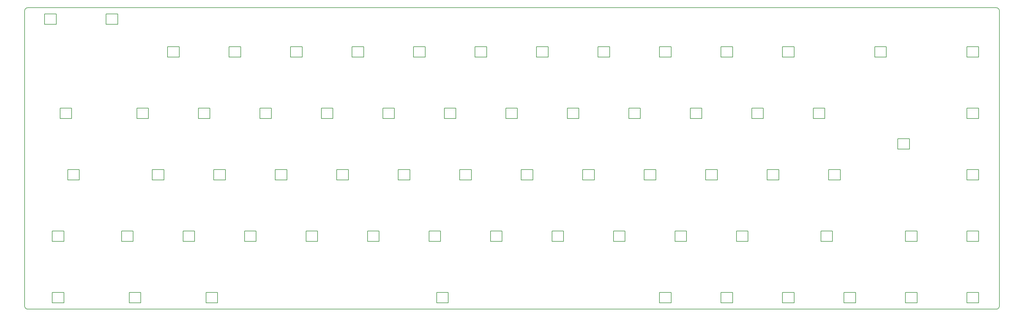
<source format=gm1>
G04 #@! TF.GenerationSoftware,KiCad,Pcbnew,(6.0.10)*
G04 #@! TF.CreationDate,2023-02-16T19:15:59+01:00*
G04 #@! TF.ProjectId,kuro65,6b75726f-3635-42e6-9b69-6361645f7063,rev?*
G04 #@! TF.SameCoordinates,Original*
G04 #@! TF.FileFunction,Profile,NP*
%FSLAX46Y46*%
G04 Gerber Fmt 4.6, Leading zero omitted, Abs format (unit mm)*
G04 Created by KiCad (PCBNEW (6.0.10)) date 2023-02-16 19:15:59*
%MOMM*%
%LPD*%
G01*
G04 APERTURE LIST*
G04 #@! TA.AperFunction,Profile*
%ADD10C,0.150000*%
G04 #@! TD*
G04 APERTURE END LIST*
D10*
X0Y-92500000D02*
X0Y-1000000D01*
X301000000Y-93500000D02*
G75*
G03*
X302000000Y-92500000I0J1000000D01*
G01*
X0Y-92500000D02*
G75*
G03*
X1000000Y-93500000I1000000J0D01*
G01*
X1000000Y0D02*
G75*
G03*
X0Y-1000000I3J-1000003D01*
G01*
X302000000Y-92500000D02*
X302000000Y-1000000D01*
X302000000Y-1000000D02*
G75*
G03*
X301000000Y0I-1000000J0D01*
G01*
X1000000Y0D02*
X301000000Y0D01*
X1000000Y-93500000D02*
X301000000Y-93500000D01*
X25250000Y-1920000D02*
X25250000Y-5120000D01*
X25250000Y-1920000D02*
X28850000Y-1920000D01*
X25250000Y-5120000D02*
X28850000Y-5120000D01*
X28850000Y-1920000D02*
X28850000Y-5120000D01*
X138387500Y-50180000D02*
X138387500Y-53380000D01*
X134787500Y-53380000D02*
X138387500Y-53380000D01*
X134787500Y-50180000D02*
X138387500Y-50180000D01*
X134787500Y-50180000D02*
X134787500Y-53380000D01*
X276500000Y-72430000D02*
X272900000Y-72430000D01*
X276500000Y-72430000D02*
X276500000Y-69230000D01*
X276500000Y-69230000D02*
X272900000Y-69230000D01*
X272900000Y-72430000D02*
X272900000Y-69230000D01*
X81237500Y-50180000D02*
X81237500Y-53380000D01*
X77637500Y-53380000D02*
X81237500Y-53380000D01*
X77637500Y-50180000D02*
X81237500Y-50180000D01*
X77637500Y-50180000D02*
X77637500Y-53380000D01*
X110975000Y-34330000D02*
X110975000Y-31130000D01*
X114575000Y-34330000D02*
X114575000Y-31130000D01*
X114575000Y-31130000D02*
X110975000Y-31130000D01*
X114575000Y-34330000D02*
X110975000Y-34330000D01*
X295550000Y-50180000D02*
X295550000Y-53380000D01*
X291950000Y-53380000D02*
X295550000Y-53380000D01*
X291950000Y-50180000D02*
X291950000Y-53380000D01*
X291950000Y-50180000D02*
X295550000Y-50180000D01*
X266975000Y-12080000D02*
X266975000Y-15280000D01*
X263375000Y-12080000D02*
X266975000Y-12080000D01*
X263375000Y-12080000D02*
X263375000Y-15280000D01*
X263375000Y-15280000D02*
X266975000Y-15280000D01*
X153837500Y-53380000D02*
X157437500Y-53380000D01*
X153837500Y-50180000D02*
X157437500Y-50180000D01*
X153837500Y-50180000D02*
X153837500Y-53380000D01*
X157437500Y-50180000D02*
X157437500Y-53380000D01*
X295550000Y-72430000D02*
X295550000Y-69230000D01*
X295550000Y-72430000D02*
X291950000Y-72430000D01*
X291950000Y-72430000D02*
X291950000Y-69230000D01*
X295550000Y-69230000D02*
X291950000Y-69230000D01*
X44300000Y-12080000D02*
X44300000Y-15280000D01*
X47900000Y-12080000D02*
X47900000Y-15280000D01*
X44300000Y-15280000D02*
X47900000Y-15280000D01*
X44300000Y-12080000D02*
X47900000Y-12080000D01*
X244325000Y-34330000D02*
X244325000Y-31130000D01*
X247925000Y-34330000D02*
X247925000Y-31130000D01*
X247925000Y-34330000D02*
X244325000Y-34330000D01*
X247925000Y-31130000D02*
X244325000Y-31130000D01*
X230037500Y-53380000D02*
X233637500Y-53380000D01*
X230037500Y-50180000D02*
X230037500Y-53380000D01*
X230037500Y-50180000D02*
X233637500Y-50180000D01*
X233637500Y-50180000D02*
X233637500Y-53380000D01*
X90762500Y-72430000D02*
X90762500Y-69230000D01*
X90762500Y-69230000D02*
X87162500Y-69230000D01*
X87162500Y-72430000D02*
X87162500Y-69230000D01*
X90762500Y-72430000D02*
X87162500Y-72430000D01*
X166962500Y-72430000D02*
X163362500Y-72430000D01*
X166962500Y-69230000D02*
X163362500Y-69230000D01*
X166962500Y-72430000D02*
X166962500Y-69230000D01*
X163362500Y-72430000D02*
X163362500Y-69230000D01*
X133625000Y-31130000D02*
X130025000Y-31130000D01*
X133625000Y-34330000D02*
X130025000Y-34330000D01*
X133625000Y-34330000D02*
X133625000Y-31130000D01*
X130025000Y-34330000D02*
X130025000Y-31130000D01*
X127643750Y-88280000D02*
X131243750Y-88280000D01*
X127643750Y-88280000D02*
X127643750Y-91480000D01*
X131243750Y-88280000D02*
X131243750Y-91480000D01*
X127643750Y-91480000D02*
X131243750Y-91480000D01*
X186012500Y-69230000D02*
X182412500Y-69230000D01*
X182412500Y-72430000D02*
X182412500Y-69230000D01*
X186012500Y-72430000D02*
X182412500Y-72430000D01*
X186012500Y-72430000D02*
X186012500Y-69230000D01*
X115737500Y-53380000D02*
X119337500Y-53380000D01*
X119337500Y-50180000D02*
X119337500Y-53380000D01*
X115737500Y-50180000D02*
X119337500Y-50180000D01*
X115737500Y-50180000D02*
X115737500Y-53380000D01*
X196700000Y-15280000D02*
X200300000Y-15280000D01*
X200300000Y-12080000D02*
X200300000Y-15280000D01*
X196700000Y-12080000D02*
X200300000Y-12080000D01*
X196700000Y-12080000D02*
X196700000Y-15280000D01*
X109812500Y-69230000D02*
X106212500Y-69230000D01*
X109812500Y-72430000D02*
X106212500Y-72430000D01*
X109812500Y-72430000D02*
X109812500Y-69230000D01*
X106212500Y-72430000D02*
X106212500Y-69230000D01*
X295550000Y-34330000D02*
X295550000Y-31130000D01*
X291950000Y-34330000D02*
X291950000Y-31130000D01*
X295550000Y-31130000D02*
X291950000Y-31130000D01*
X295550000Y-34330000D02*
X291950000Y-34330000D01*
X238400000Y-88280000D02*
X238400000Y-91480000D01*
X234800000Y-88280000D02*
X238400000Y-88280000D01*
X234800000Y-91480000D02*
X238400000Y-91480000D01*
X234800000Y-88280000D02*
X234800000Y-91480000D01*
X82400000Y-12080000D02*
X82400000Y-15280000D01*
X82400000Y-15280000D02*
X86000000Y-15280000D01*
X82400000Y-12080000D02*
X86000000Y-12080000D01*
X86000000Y-12080000D02*
X86000000Y-15280000D01*
X68112500Y-72430000D02*
X68112500Y-69230000D01*
X71712500Y-69230000D02*
X68112500Y-69230000D01*
X71712500Y-72430000D02*
X71712500Y-69230000D01*
X71712500Y-72430000D02*
X68112500Y-72430000D01*
X101450000Y-15280000D02*
X105050000Y-15280000D01*
X101450000Y-12080000D02*
X101450000Y-15280000D01*
X105050000Y-12080000D02*
X105050000Y-15280000D01*
X101450000Y-12080000D02*
X105050000Y-12080000D01*
X215750000Y-91480000D02*
X219350000Y-91480000D01*
X215750000Y-88280000D02*
X219350000Y-88280000D01*
X215750000Y-88280000D02*
X215750000Y-91480000D01*
X219350000Y-88280000D02*
X219350000Y-91480000D01*
X295550000Y-12080000D02*
X295550000Y-15280000D01*
X291950000Y-12080000D02*
X291950000Y-15280000D01*
X291950000Y-15280000D02*
X295550000Y-15280000D01*
X291950000Y-12080000D02*
X295550000Y-12080000D01*
X147912500Y-72430000D02*
X147912500Y-69230000D01*
X144312500Y-72430000D02*
X144312500Y-69230000D01*
X147912500Y-72430000D02*
X144312500Y-72430000D01*
X147912500Y-69230000D02*
X144312500Y-69230000D01*
X210987500Y-50180000D02*
X210987500Y-53380000D01*
X210987500Y-50180000D02*
X214587500Y-50180000D01*
X210987500Y-53380000D02*
X214587500Y-53380000D01*
X214587500Y-50180000D02*
X214587500Y-53380000D01*
X176487500Y-50180000D02*
X176487500Y-53380000D01*
X172887500Y-50180000D02*
X172887500Y-53380000D01*
X172887500Y-50180000D02*
X176487500Y-50180000D01*
X172887500Y-53380000D02*
X176487500Y-53380000D01*
X14562500Y-31130000D02*
X10962500Y-31130000D01*
X14562500Y-34330000D02*
X14562500Y-31130000D01*
X14562500Y-34330000D02*
X10962500Y-34330000D01*
X10962500Y-34330000D02*
X10962500Y-31130000D01*
X128862500Y-72430000D02*
X125262500Y-72430000D01*
X128862500Y-72430000D02*
X128862500Y-69230000D01*
X128862500Y-69230000D02*
X125262500Y-69230000D01*
X125262500Y-72430000D02*
X125262500Y-69230000D01*
X234800000Y-12080000D02*
X234800000Y-15280000D01*
X238400000Y-12080000D02*
X238400000Y-15280000D01*
X234800000Y-12080000D02*
X238400000Y-12080000D01*
X234800000Y-15280000D02*
X238400000Y-15280000D01*
X57425000Y-34330000D02*
X57425000Y-31130000D01*
X57425000Y-34330000D02*
X53825000Y-34330000D01*
X53825000Y-34330000D02*
X53825000Y-31130000D01*
X57425000Y-31130000D02*
X53825000Y-31130000D01*
X9800000Y-1920000D02*
X9800000Y-5120000D01*
X6200000Y-1920000D02*
X9800000Y-1920000D01*
X6200000Y-5120000D02*
X9800000Y-5120000D01*
X6200000Y-1920000D02*
X6200000Y-5120000D01*
X250306250Y-72430000D02*
X250306250Y-69230000D01*
X250306250Y-72430000D02*
X246706250Y-72430000D01*
X250306250Y-69230000D02*
X246706250Y-69230000D01*
X246706250Y-72430000D02*
X246706250Y-69230000D01*
X191937500Y-50180000D02*
X195537500Y-50180000D01*
X191937500Y-53380000D02*
X195537500Y-53380000D01*
X191937500Y-50180000D02*
X191937500Y-53380000D01*
X195537500Y-50180000D02*
X195537500Y-53380000D01*
X270518750Y-43855000D02*
X274118750Y-43855000D01*
X274118750Y-40655000D02*
X274118750Y-43855000D01*
X270518750Y-40655000D02*
X274118750Y-40655000D01*
X270518750Y-40655000D02*
X270518750Y-43855000D01*
X96687500Y-50180000D02*
X96687500Y-53380000D01*
X100287500Y-50180000D02*
X100287500Y-53380000D01*
X96687500Y-53380000D02*
X100287500Y-53380000D01*
X96687500Y-50180000D02*
X100287500Y-50180000D01*
X52662500Y-69230000D02*
X49062500Y-69230000D01*
X49062500Y-72430000D02*
X49062500Y-69230000D01*
X52662500Y-72430000D02*
X49062500Y-72430000D01*
X52662500Y-72430000D02*
X52662500Y-69230000D01*
X12181250Y-91480000D02*
X8581250Y-91480000D01*
X12181250Y-91480000D02*
X12181250Y-88280000D01*
X12181250Y-88280000D02*
X8581250Y-88280000D01*
X8581250Y-91480000D02*
X8581250Y-88280000D01*
X33612500Y-72430000D02*
X30012500Y-72430000D01*
X30012500Y-72430000D02*
X30012500Y-69230000D01*
X33612500Y-72430000D02*
X33612500Y-69230000D01*
X33612500Y-69230000D02*
X30012500Y-69230000D01*
X177650000Y-12080000D02*
X181250000Y-12080000D01*
X177650000Y-12080000D02*
X177650000Y-15280000D01*
X181250000Y-12080000D02*
X181250000Y-15280000D01*
X177650000Y-15280000D02*
X181250000Y-15280000D01*
X291950000Y-91480000D02*
X295550000Y-91480000D01*
X291950000Y-88280000D02*
X295550000Y-88280000D01*
X295550000Y-88280000D02*
X295550000Y-91480000D01*
X291950000Y-88280000D02*
X291950000Y-91480000D01*
X139550000Y-15280000D02*
X143150000Y-15280000D01*
X143150000Y-12080000D02*
X143150000Y-15280000D01*
X139550000Y-12080000D02*
X139550000Y-15280000D01*
X139550000Y-12080000D02*
X143150000Y-12080000D01*
X220512500Y-72430000D02*
X220512500Y-69230000D01*
X224112500Y-72430000D02*
X220512500Y-72430000D01*
X224112500Y-69230000D02*
X220512500Y-69230000D01*
X224112500Y-72430000D02*
X224112500Y-69230000D01*
X152675000Y-34330000D02*
X149075000Y-34330000D01*
X152675000Y-34330000D02*
X152675000Y-31130000D01*
X152675000Y-31130000D02*
X149075000Y-31130000D01*
X149075000Y-34330000D02*
X149075000Y-31130000D01*
X158600000Y-12080000D02*
X158600000Y-15280000D01*
X162200000Y-12080000D02*
X162200000Y-15280000D01*
X158600000Y-15280000D02*
X162200000Y-15280000D01*
X158600000Y-12080000D02*
X162200000Y-12080000D01*
X59806250Y-91480000D02*
X59806250Y-88280000D01*
X59806250Y-91480000D02*
X56206250Y-91480000D01*
X56206250Y-91480000D02*
X56206250Y-88280000D01*
X59806250Y-88280000D02*
X56206250Y-88280000D01*
X34775000Y-34330000D02*
X34775000Y-31130000D01*
X38375000Y-34330000D02*
X38375000Y-31130000D01*
X38375000Y-34330000D02*
X34775000Y-34330000D01*
X38375000Y-31130000D02*
X34775000Y-31130000D01*
X120500000Y-12080000D02*
X124100000Y-12080000D01*
X120500000Y-12080000D02*
X120500000Y-15280000D01*
X120500000Y-15280000D02*
X124100000Y-15280000D01*
X124100000Y-12080000D02*
X124100000Y-15280000D01*
X13343750Y-50180000D02*
X13343750Y-53380000D01*
X13343750Y-53380000D02*
X16943750Y-53380000D01*
X13343750Y-50180000D02*
X16943750Y-50180000D01*
X16943750Y-50180000D02*
X16943750Y-53380000D01*
X95525000Y-34330000D02*
X95525000Y-31130000D01*
X91925000Y-34330000D02*
X91925000Y-31130000D01*
X95525000Y-31130000D02*
X91925000Y-31130000D01*
X95525000Y-34330000D02*
X91925000Y-34330000D01*
X228875000Y-31130000D02*
X225275000Y-31130000D01*
X228875000Y-34330000D02*
X228875000Y-31130000D01*
X225275000Y-34330000D02*
X225275000Y-31130000D01*
X228875000Y-34330000D02*
X225275000Y-34330000D01*
X32393750Y-91480000D02*
X32393750Y-88280000D01*
X35993750Y-88280000D02*
X32393750Y-88280000D01*
X35993750Y-91480000D02*
X32393750Y-91480000D01*
X35993750Y-91480000D02*
X35993750Y-88280000D01*
X190775000Y-34330000D02*
X187175000Y-34330000D01*
X190775000Y-34330000D02*
X190775000Y-31130000D01*
X190775000Y-31130000D02*
X187175000Y-31130000D01*
X187175000Y-34330000D02*
X187175000Y-31130000D01*
X249087500Y-50180000D02*
X252687500Y-50180000D01*
X249087500Y-50180000D02*
X249087500Y-53380000D01*
X249087500Y-53380000D02*
X252687500Y-53380000D01*
X252687500Y-50180000D02*
X252687500Y-53380000D01*
X253850000Y-91480000D02*
X257450000Y-91480000D01*
X253850000Y-88280000D02*
X253850000Y-91480000D01*
X257450000Y-88280000D02*
X257450000Y-91480000D01*
X253850000Y-88280000D02*
X257450000Y-88280000D01*
X206225000Y-34330000D02*
X206225000Y-31130000D01*
X209825000Y-31130000D02*
X206225000Y-31130000D01*
X209825000Y-34330000D02*
X209825000Y-31130000D01*
X209825000Y-34330000D02*
X206225000Y-34330000D01*
X63350000Y-12080000D02*
X63350000Y-15280000D01*
X63350000Y-15280000D02*
X66950000Y-15280000D01*
X63350000Y-12080000D02*
X66950000Y-12080000D01*
X66950000Y-12080000D02*
X66950000Y-15280000D01*
X272900000Y-91480000D02*
X276500000Y-91480000D01*
X276500000Y-88280000D02*
X276500000Y-91480000D01*
X272900000Y-88280000D02*
X272900000Y-91480000D01*
X272900000Y-88280000D02*
X276500000Y-88280000D01*
X72875000Y-34330000D02*
X72875000Y-31130000D01*
X76475000Y-34330000D02*
X72875000Y-34330000D01*
X76475000Y-31130000D02*
X72875000Y-31130000D01*
X76475000Y-34330000D02*
X76475000Y-31130000D01*
X171725000Y-31130000D02*
X168125000Y-31130000D01*
X168125000Y-34330000D02*
X168125000Y-31130000D01*
X171725000Y-34330000D02*
X168125000Y-34330000D01*
X171725000Y-34330000D02*
X171725000Y-31130000D01*
X43137500Y-50180000D02*
X43137500Y-53380000D01*
X39537500Y-50180000D02*
X43137500Y-50180000D01*
X39537500Y-50180000D02*
X39537500Y-53380000D01*
X39537500Y-53380000D02*
X43137500Y-53380000D01*
X8581250Y-69230000D02*
X8581250Y-72430000D01*
X8581250Y-72430000D02*
X12181250Y-72430000D01*
X12181250Y-69230000D02*
X12181250Y-72430000D01*
X8581250Y-69230000D02*
X12181250Y-69230000D01*
X219350000Y-12080000D02*
X219350000Y-15280000D01*
X215750000Y-12080000D02*
X215750000Y-15280000D01*
X215750000Y-15280000D02*
X219350000Y-15280000D01*
X215750000Y-12080000D02*
X219350000Y-12080000D01*
X58587500Y-50180000D02*
X62187500Y-50180000D01*
X58587500Y-50180000D02*
X58587500Y-53380000D01*
X58587500Y-53380000D02*
X62187500Y-53380000D01*
X62187500Y-50180000D02*
X62187500Y-53380000D01*
X196700000Y-88280000D02*
X200300000Y-88280000D01*
X196700000Y-88280000D02*
X196700000Y-91480000D01*
X200300000Y-88280000D02*
X200300000Y-91480000D01*
X196700000Y-91480000D02*
X200300000Y-91480000D01*
X205062500Y-72430000D02*
X201462500Y-72430000D01*
X205062500Y-72430000D02*
X205062500Y-69230000D01*
X205062500Y-69230000D02*
X201462500Y-69230000D01*
X201462500Y-72430000D02*
X201462500Y-69230000D01*
M02*

</source>
